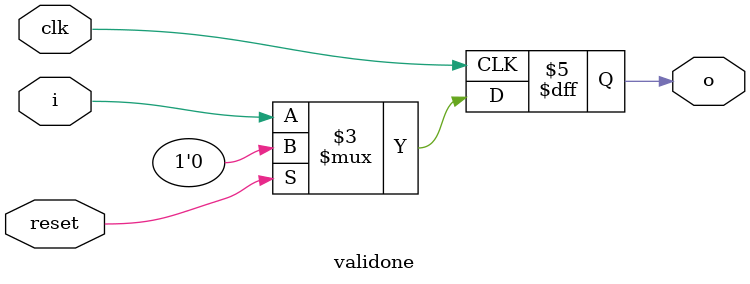
<source format=sv>


// Permission is hereby granted, free of charge, to any person obtaining a
// copy of this software and associated documentation files (the
// "Software"), to deal in the Software without restriction, including
// without limitation the rights to use, copy, modify, merge, publish,
// distribute, sublicense, and/or sell copies of the Software, and to permit
// persons to whom the Software is furnished to do so, subject to the
// following conditions:

// The above copyright notice and this permission notice shall be included
// in all copies or substantial portions of the Software.

// THE SOFTWARE IS PROVIDED "AS IS", WITHOUT WARRANTY OF ANY KIND, EXPRESS
// OR IMPLIED, INCLUDING BUT NOT LIMITED TO THE WARRANTIES OF
// MERCHANTABILITY, FITNESS FOR A PARTICULAR PURPOSE AND NONINFRINGEMENT. 
// IN NO EVENT SHALL THE AUTHORS OR COPYRIGHT HOLDERS BE LIABLE FOR ANY
// CLAIM, DAMAGES OR OTHER LIABILITY, WHETHER IN AN ACTION OF CONTRACT, TORT
// OR OTHERWISE, ARISING FROM, OUT OF OR IN CONNECTION WITH THE SOFTWARE OR
// THE USE OR OTHER DEALINGS IN THE SOFTWARE.

module validone
#(
  parameter WIDTH = 1
) (
  input clk,
  input reset,
  input [WIDTH-1:0] i,
  output logic [WIDTH-1:0] o
  );

always @(posedge clk)
  if (reset)
    o <= 0;
  else
    o <= i;

endmodule

</source>
